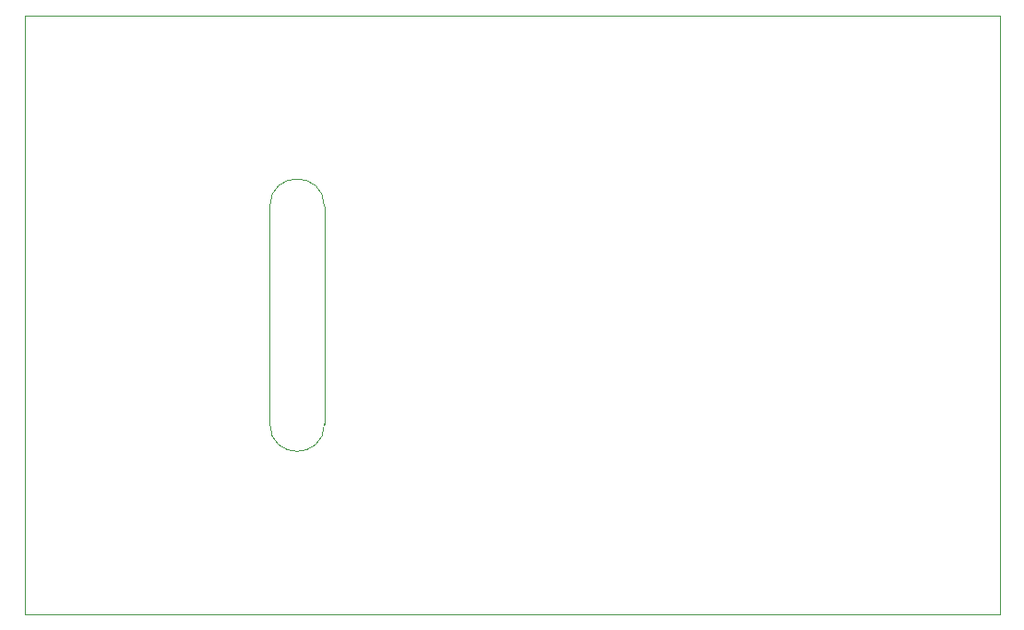
<source format=gbr>
%TF.GenerationSoftware,KiCad,Pcbnew,7.0.7-7.0.7~ubuntu22.04.1*%
%TF.CreationDate,2023-09-11T12:59:47+09:00*%
%TF.ProjectId,3_2LCD,335f324c-4344-42e6-9b69-6361645f7063,rev?*%
%TF.SameCoordinates,Original*%
%TF.FileFunction,Profile,NP*%
%FSLAX46Y46*%
G04 Gerber Fmt 4.6, Leading zero omitted, Abs format (unit mm)*
G04 Created by KiCad (PCBNEW 7.0.7-7.0.7~ubuntu22.04.1) date 2023-09-11 12:59:47*
%MOMM*%
%LPD*%
G01*
G04 APERTURE LIST*
%TA.AperFunction,Profile*%
%ADD10C,0.050000*%
%TD*%
G04 APERTURE END LIST*
D10*
X215500000Y-154500000D02*
X215500000Y-99500000D01*
X215500000Y-99500000D02*
X126000000Y-99500000D01*
X148500000Y-127000000D02*
X148500000Y-137000000D01*
X126000000Y-99500000D02*
X126000000Y-154500000D01*
X215500000Y-143500000D02*
X215500000Y-127000000D01*
X126000000Y-143000000D02*
X126000000Y-143500000D01*
X148500000Y-127000000D02*
X148500000Y-117000000D01*
X215500000Y-127000000D02*
X215500000Y-99500000D01*
X153500000Y-127000000D02*
X153500000Y-117000000D01*
X126000000Y-127000000D02*
X126000000Y-143000000D01*
X153500000Y-117000000D02*
G75*
G03*
X148500000Y-117000000I-2500000J0D01*
G01*
X153500000Y-127000000D02*
X153500000Y-137000000D01*
X126000000Y-154500000D02*
X215500000Y-154500000D01*
X148500000Y-137000000D02*
G75*
G03*
X153500000Y-137000000I2500000J0D01*
G01*
X126000000Y-127000000D02*
X126000000Y-111000000D01*
M02*

</source>
